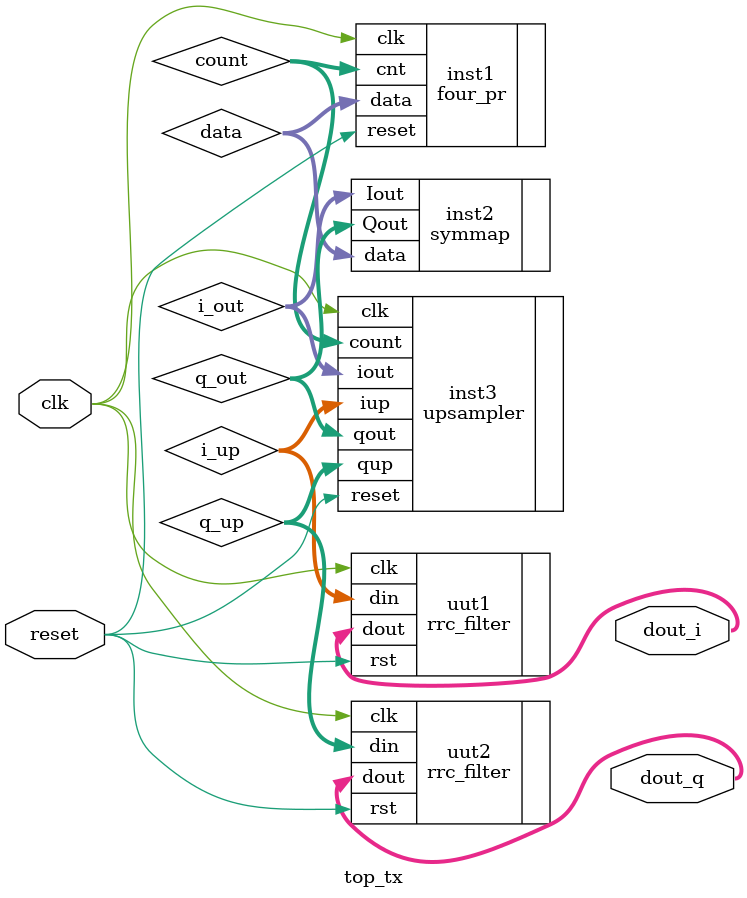
<source format=v>
module top_tx (
    input clk,
    input reset,
    output signed [15:0] dout_i,
    output signed [15:0] dout_q
);

    wire [3:0] data, count;
    wire signed [3:0] i_out;
    wire signed [3:0] q_out;

    wire signed [3:0] i_up;
    wire signed [3:0] q_up;

    parameter TAPS = 11;

    four_pr inst1(
        .clk(clk),
        .reset(reset),
        .data(data),
        .cnt(count)
    );

    symmap inst2(
        .data(data),
        .Iout(i_out),
        .Qout(q_out)
    );

    upsampler inst3(
        .clk(clk),
        .reset(reset),
        .count(count),
        .iout(i_out),
        .qout(q_out),
        .iup(i_up),
        .qup(q_up)
    );

    rrc_filter #(TAPS) uut1 (
        .clk(clk),
        .rst(reset),
        .din(i_up),
        .dout(dout_i)
    );

    rrc_filter #(TAPS) uut2 (
        .clk(clk),
        .rst(reset),
        .din(q_up),
        .dout(dout_q)
    );

endmodule

</source>
